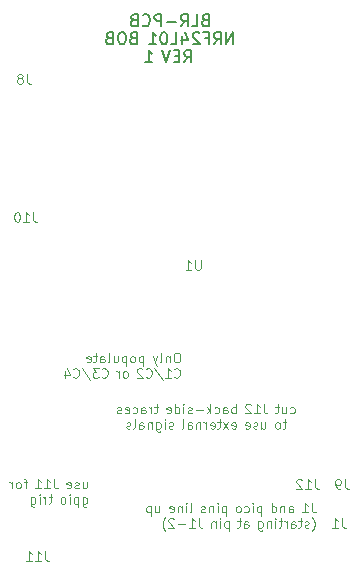
<source format=gbr>
%TF.GenerationSoftware,KiCad,Pcbnew,(7.0.0)*%
%TF.CreationDate,2024-08-26T11:17:35-04:00*%
%TF.ProjectId,nrf24l01_bob,6e726632-346c-4303-915f-626f622e6b69,rev?*%
%TF.SameCoordinates,Original*%
%TF.FileFunction,Legend,Bot*%
%TF.FilePolarity,Positive*%
%FSLAX46Y46*%
G04 Gerber Fmt 4.6, Leading zero omitted, Abs format (unit mm)*
G04 Created by KiCad (PCBNEW (7.0.0)) date 2024-08-26 11:17:35*
%MOMM*%
%LPD*%
G01*
G04 APERTURE LIST*
%ADD10C,0.150000*%
%ADD11C,0.101600*%
G04 APERTURE END LIST*
D10*
X138890476Y-85126380D02*
X139223809Y-84650190D01*
X139461904Y-85126380D02*
X139461904Y-84126380D01*
X139461904Y-84126380D02*
X139080952Y-84126380D01*
X139080952Y-84126380D02*
X138985714Y-84174000D01*
X138985714Y-84174000D02*
X138938095Y-84221619D01*
X138938095Y-84221619D02*
X138890476Y-84316857D01*
X138890476Y-84316857D02*
X138890476Y-84459714D01*
X138890476Y-84459714D02*
X138938095Y-84554952D01*
X138938095Y-84554952D02*
X138985714Y-84602571D01*
X138985714Y-84602571D02*
X139080952Y-84650190D01*
X139080952Y-84650190D02*
X139461904Y-84650190D01*
X138461904Y-84602571D02*
X138128571Y-84602571D01*
X137985714Y-85126380D02*
X138461904Y-85126380D01*
X138461904Y-85126380D02*
X138461904Y-84126380D01*
X138461904Y-84126380D02*
X137985714Y-84126380D01*
X137699999Y-84126380D02*
X137366666Y-85126380D01*
X137366666Y-85126380D02*
X137033333Y-84126380D01*
X135576190Y-85126380D02*
X136147618Y-85126380D01*
X135861904Y-85126380D02*
X135861904Y-84126380D01*
X135861904Y-84126380D02*
X135957142Y-84269238D01*
X135957142Y-84269238D02*
X136052380Y-84364476D01*
X136052380Y-84364476D02*
X136147618Y-84412095D01*
X143017904Y-83602380D02*
X143017904Y-82602380D01*
X143017904Y-82602380D02*
X142446476Y-83602380D01*
X142446476Y-83602380D02*
X142446476Y-82602380D01*
X141398857Y-83602380D02*
X141732190Y-83126190D01*
X141970285Y-83602380D02*
X141970285Y-82602380D01*
X141970285Y-82602380D02*
X141589333Y-82602380D01*
X141589333Y-82602380D02*
X141494095Y-82650000D01*
X141494095Y-82650000D02*
X141446476Y-82697619D01*
X141446476Y-82697619D02*
X141398857Y-82792857D01*
X141398857Y-82792857D02*
X141398857Y-82935714D01*
X141398857Y-82935714D02*
X141446476Y-83030952D01*
X141446476Y-83030952D02*
X141494095Y-83078571D01*
X141494095Y-83078571D02*
X141589333Y-83126190D01*
X141589333Y-83126190D02*
X141970285Y-83126190D01*
X140636952Y-83078571D02*
X140970285Y-83078571D01*
X140970285Y-83602380D02*
X140970285Y-82602380D01*
X140970285Y-82602380D02*
X140494095Y-82602380D01*
X140160761Y-82697619D02*
X140113142Y-82650000D01*
X140113142Y-82650000D02*
X140017904Y-82602380D01*
X140017904Y-82602380D02*
X139779809Y-82602380D01*
X139779809Y-82602380D02*
X139684571Y-82650000D01*
X139684571Y-82650000D02*
X139636952Y-82697619D01*
X139636952Y-82697619D02*
X139589333Y-82792857D01*
X139589333Y-82792857D02*
X139589333Y-82888095D01*
X139589333Y-82888095D02*
X139636952Y-83030952D01*
X139636952Y-83030952D02*
X140208380Y-83602380D01*
X140208380Y-83602380D02*
X139589333Y-83602380D01*
X138732190Y-82935714D02*
X138732190Y-83602380D01*
X138970285Y-82554761D02*
X139208380Y-83269047D01*
X139208380Y-83269047D02*
X138589333Y-83269047D01*
X137732190Y-83602380D02*
X138208380Y-83602380D01*
X138208380Y-83602380D02*
X138208380Y-82602380D01*
X137208380Y-82602380D02*
X137113142Y-82602380D01*
X137113142Y-82602380D02*
X137017904Y-82650000D01*
X137017904Y-82650000D02*
X136970285Y-82697619D01*
X136970285Y-82697619D02*
X136922666Y-82792857D01*
X136922666Y-82792857D02*
X136875047Y-82983333D01*
X136875047Y-82983333D02*
X136875047Y-83221428D01*
X136875047Y-83221428D02*
X136922666Y-83411904D01*
X136922666Y-83411904D02*
X136970285Y-83507142D01*
X136970285Y-83507142D02*
X137017904Y-83554761D01*
X137017904Y-83554761D02*
X137113142Y-83602380D01*
X137113142Y-83602380D02*
X137208380Y-83602380D01*
X137208380Y-83602380D02*
X137303618Y-83554761D01*
X137303618Y-83554761D02*
X137351237Y-83507142D01*
X137351237Y-83507142D02*
X137398856Y-83411904D01*
X137398856Y-83411904D02*
X137446475Y-83221428D01*
X137446475Y-83221428D02*
X137446475Y-82983333D01*
X137446475Y-82983333D02*
X137398856Y-82792857D01*
X137398856Y-82792857D02*
X137351237Y-82697619D01*
X137351237Y-82697619D02*
X137303618Y-82650000D01*
X137303618Y-82650000D02*
X137208380Y-82602380D01*
X135922666Y-83602380D02*
X136494094Y-83602380D01*
X136208380Y-83602380D02*
X136208380Y-82602380D01*
X136208380Y-82602380D02*
X136303618Y-82745238D01*
X136303618Y-82745238D02*
X136398856Y-82840476D01*
X136398856Y-82840476D02*
X136494094Y-82888095D01*
X134560761Y-83078571D02*
X134417904Y-83126190D01*
X134417904Y-83126190D02*
X134370285Y-83173809D01*
X134370285Y-83173809D02*
X134322666Y-83269047D01*
X134322666Y-83269047D02*
X134322666Y-83411904D01*
X134322666Y-83411904D02*
X134370285Y-83507142D01*
X134370285Y-83507142D02*
X134417904Y-83554761D01*
X134417904Y-83554761D02*
X134513142Y-83602380D01*
X134513142Y-83602380D02*
X134894094Y-83602380D01*
X134894094Y-83602380D02*
X134894094Y-82602380D01*
X134894094Y-82602380D02*
X134560761Y-82602380D01*
X134560761Y-82602380D02*
X134465523Y-82650000D01*
X134465523Y-82650000D02*
X134417904Y-82697619D01*
X134417904Y-82697619D02*
X134370285Y-82792857D01*
X134370285Y-82792857D02*
X134370285Y-82888095D01*
X134370285Y-82888095D02*
X134417904Y-82983333D01*
X134417904Y-82983333D02*
X134465523Y-83030952D01*
X134465523Y-83030952D02*
X134560761Y-83078571D01*
X134560761Y-83078571D02*
X134894094Y-83078571D01*
X133703618Y-82602380D02*
X133513142Y-82602380D01*
X133513142Y-82602380D02*
X133417904Y-82650000D01*
X133417904Y-82650000D02*
X133322666Y-82745238D01*
X133322666Y-82745238D02*
X133275047Y-82935714D01*
X133275047Y-82935714D02*
X133275047Y-83269047D01*
X133275047Y-83269047D02*
X133322666Y-83459523D01*
X133322666Y-83459523D02*
X133417904Y-83554761D01*
X133417904Y-83554761D02*
X133513142Y-83602380D01*
X133513142Y-83602380D02*
X133703618Y-83602380D01*
X133703618Y-83602380D02*
X133798856Y-83554761D01*
X133798856Y-83554761D02*
X133894094Y-83459523D01*
X133894094Y-83459523D02*
X133941713Y-83269047D01*
X133941713Y-83269047D02*
X133941713Y-82935714D01*
X133941713Y-82935714D02*
X133894094Y-82745238D01*
X133894094Y-82745238D02*
X133798856Y-82650000D01*
X133798856Y-82650000D02*
X133703618Y-82602380D01*
X132513142Y-83078571D02*
X132370285Y-83126190D01*
X132370285Y-83126190D02*
X132322666Y-83173809D01*
X132322666Y-83173809D02*
X132275047Y-83269047D01*
X132275047Y-83269047D02*
X132275047Y-83411904D01*
X132275047Y-83411904D02*
X132322666Y-83507142D01*
X132322666Y-83507142D02*
X132370285Y-83554761D01*
X132370285Y-83554761D02*
X132465523Y-83602380D01*
X132465523Y-83602380D02*
X132846475Y-83602380D01*
X132846475Y-83602380D02*
X132846475Y-82602380D01*
X132846475Y-82602380D02*
X132513142Y-82602380D01*
X132513142Y-82602380D02*
X132417904Y-82650000D01*
X132417904Y-82650000D02*
X132370285Y-82697619D01*
X132370285Y-82697619D02*
X132322666Y-82792857D01*
X132322666Y-82792857D02*
X132322666Y-82888095D01*
X132322666Y-82888095D02*
X132370285Y-82983333D01*
X132370285Y-82983333D02*
X132417904Y-83030952D01*
X132417904Y-83030952D02*
X132513142Y-83078571D01*
X132513142Y-83078571D02*
X132846475Y-83078571D01*
X140652571Y-81554571D02*
X140509714Y-81602190D01*
X140509714Y-81602190D02*
X140462095Y-81649809D01*
X140462095Y-81649809D02*
X140414476Y-81745047D01*
X140414476Y-81745047D02*
X140414476Y-81887904D01*
X140414476Y-81887904D02*
X140462095Y-81983142D01*
X140462095Y-81983142D02*
X140509714Y-82030761D01*
X140509714Y-82030761D02*
X140604952Y-82078380D01*
X140604952Y-82078380D02*
X140985904Y-82078380D01*
X140985904Y-82078380D02*
X140985904Y-81078380D01*
X140985904Y-81078380D02*
X140652571Y-81078380D01*
X140652571Y-81078380D02*
X140557333Y-81126000D01*
X140557333Y-81126000D02*
X140509714Y-81173619D01*
X140509714Y-81173619D02*
X140462095Y-81268857D01*
X140462095Y-81268857D02*
X140462095Y-81364095D01*
X140462095Y-81364095D02*
X140509714Y-81459333D01*
X140509714Y-81459333D02*
X140557333Y-81506952D01*
X140557333Y-81506952D02*
X140652571Y-81554571D01*
X140652571Y-81554571D02*
X140985904Y-81554571D01*
X139509714Y-82078380D02*
X139985904Y-82078380D01*
X139985904Y-82078380D02*
X139985904Y-81078380D01*
X138604952Y-82078380D02*
X138938285Y-81602190D01*
X139176380Y-82078380D02*
X139176380Y-81078380D01*
X139176380Y-81078380D02*
X138795428Y-81078380D01*
X138795428Y-81078380D02*
X138700190Y-81126000D01*
X138700190Y-81126000D02*
X138652571Y-81173619D01*
X138652571Y-81173619D02*
X138604952Y-81268857D01*
X138604952Y-81268857D02*
X138604952Y-81411714D01*
X138604952Y-81411714D02*
X138652571Y-81506952D01*
X138652571Y-81506952D02*
X138700190Y-81554571D01*
X138700190Y-81554571D02*
X138795428Y-81602190D01*
X138795428Y-81602190D02*
X139176380Y-81602190D01*
X138176380Y-81697428D02*
X137414476Y-81697428D01*
X136938285Y-82078380D02*
X136938285Y-81078380D01*
X136938285Y-81078380D02*
X136557333Y-81078380D01*
X136557333Y-81078380D02*
X136462095Y-81126000D01*
X136462095Y-81126000D02*
X136414476Y-81173619D01*
X136414476Y-81173619D02*
X136366857Y-81268857D01*
X136366857Y-81268857D02*
X136366857Y-81411714D01*
X136366857Y-81411714D02*
X136414476Y-81506952D01*
X136414476Y-81506952D02*
X136462095Y-81554571D01*
X136462095Y-81554571D02*
X136557333Y-81602190D01*
X136557333Y-81602190D02*
X136938285Y-81602190D01*
X135366857Y-81983142D02*
X135414476Y-82030761D01*
X135414476Y-82030761D02*
X135557333Y-82078380D01*
X135557333Y-82078380D02*
X135652571Y-82078380D01*
X135652571Y-82078380D02*
X135795428Y-82030761D01*
X135795428Y-82030761D02*
X135890666Y-81935523D01*
X135890666Y-81935523D02*
X135938285Y-81840285D01*
X135938285Y-81840285D02*
X135985904Y-81649809D01*
X135985904Y-81649809D02*
X135985904Y-81506952D01*
X135985904Y-81506952D02*
X135938285Y-81316476D01*
X135938285Y-81316476D02*
X135890666Y-81221238D01*
X135890666Y-81221238D02*
X135795428Y-81126000D01*
X135795428Y-81126000D02*
X135652571Y-81078380D01*
X135652571Y-81078380D02*
X135557333Y-81078380D01*
X135557333Y-81078380D02*
X135414476Y-81126000D01*
X135414476Y-81126000D02*
X135366857Y-81173619D01*
X134604952Y-81554571D02*
X134462095Y-81602190D01*
X134462095Y-81602190D02*
X134414476Y-81649809D01*
X134414476Y-81649809D02*
X134366857Y-81745047D01*
X134366857Y-81745047D02*
X134366857Y-81887904D01*
X134366857Y-81887904D02*
X134414476Y-81983142D01*
X134414476Y-81983142D02*
X134462095Y-82030761D01*
X134462095Y-82030761D02*
X134557333Y-82078380D01*
X134557333Y-82078380D02*
X134938285Y-82078380D01*
X134938285Y-82078380D02*
X134938285Y-81078380D01*
X134938285Y-81078380D02*
X134604952Y-81078380D01*
X134604952Y-81078380D02*
X134509714Y-81126000D01*
X134509714Y-81126000D02*
X134462095Y-81173619D01*
X134462095Y-81173619D02*
X134414476Y-81268857D01*
X134414476Y-81268857D02*
X134414476Y-81364095D01*
X134414476Y-81364095D02*
X134462095Y-81459333D01*
X134462095Y-81459333D02*
X134509714Y-81506952D01*
X134509714Y-81506952D02*
X134604952Y-81554571D01*
X134604952Y-81554571D02*
X134938285Y-81554571D01*
D11*
X138341100Y-109743621D02*
X138188700Y-109743621D01*
X138188700Y-109743621D02*
X138112500Y-109781721D01*
X138112500Y-109781721D02*
X138036300Y-109857921D01*
X138036300Y-109857921D02*
X137998200Y-110010321D01*
X137998200Y-110010321D02*
X137998200Y-110277021D01*
X137998200Y-110277021D02*
X138036300Y-110429421D01*
X138036300Y-110429421D02*
X138112500Y-110505621D01*
X138112500Y-110505621D02*
X138188700Y-110543721D01*
X138188700Y-110543721D02*
X138341100Y-110543721D01*
X138341100Y-110543721D02*
X138417300Y-110505621D01*
X138417300Y-110505621D02*
X138493500Y-110429421D01*
X138493500Y-110429421D02*
X138531600Y-110277021D01*
X138531600Y-110277021D02*
X138531600Y-110010321D01*
X138531600Y-110010321D02*
X138493500Y-109857921D01*
X138493500Y-109857921D02*
X138417300Y-109781721D01*
X138417300Y-109781721D02*
X138341100Y-109743621D01*
X137655300Y-110010321D02*
X137655300Y-110543721D01*
X137655300Y-110086521D02*
X137617200Y-110048421D01*
X137617200Y-110048421D02*
X137541000Y-110010321D01*
X137541000Y-110010321D02*
X137426700Y-110010321D01*
X137426700Y-110010321D02*
X137350500Y-110048421D01*
X137350500Y-110048421D02*
X137312400Y-110124621D01*
X137312400Y-110124621D02*
X137312400Y-110543721D01*
X136817100Y-110543721D02*
X136893300Y-110505621D01*
X136893300Y-110505621D02*
X136931400Y-110429421D01*
X136931400Y-110429421D02*
X136931400Y-109743621D01*
X136588500Y-110010321D02*
X136398000Y-110543721D01*
X136207500Y-110010321D02*
X136398000Y-110543721D01*
X136398000Y-110543721D02*
X136474200Y-110734221D01*
X136474200Y-110734221D02*
X136512300Y-110772321D01*
X136512300Y-110772321D02*
X136588500Y-110810421D01*
X135422640Y-110010321D02*
X135422640Y-110810421D01*
X135422640Y-110048421D02*
X135346440Y-110010321D01*
X135346440Y-110010321D02*
X135194040Y-110010321D01*
X135194040Y-110010321D02*
X135117840Y-110048421D01*
X135117840Y-110048421D02*
X135079740Y-110086521D01*
X135079740Y-110086521D02*
X135041640Y-110162721D01*
X135041640Y-110162721D02*
X135041640Y-110391321D01*
X135041640Y-110391321D02*
X135079740Y-110467521D01*
X135079740Y-110467521D02*
X135117840Y-110505621D01*
X135117840Y-110505621D02*
X135194040Y-110543721D01*
X135194040Y-110543721D02*
X135346440Y-110543721D01*
X135346440Y-110543721D02*
X135422640Y-110505621D01*
X134584440Y-110543721D02*
X134660640Y-110505621D01*
X134660640Y-110505621D02*
X134698740Y-110467521D01*
X134698740Y-110467521D02*
X134736840Y-110391321D01*
X134736840Y-110391321D02*
X134736840Y-110162721D01*
X134736840Y-110162721D02*
X134698740Y-110086521D01*
X134698740Y-110086521D02*
X134660640Y-110048421D01*
X134660640Y-110048421D02*
X134584440Y-110010321D01*
X134584440Y-110010321D02*
X134470140Y-110010321D01*
X134470140Y-110010321D02*
X134393940Y-110048421D01*
X134393940Y-110048421D02*
X134355840Y-110086521D01*
X134355840Y-110086521D02*
X134317740Y-110162721D01*
X134317740Y-110162721D02*
X134317740Y-110391321D01*
X134317740Y-110391321D02*
X134355840Y-110467521D01*
X134355840Y-110467521D02*
X134393940Y-110505621D01*
X134393940Y-110505621D02*
X134470140Y-110543721D01*
X134470140Y-110543721D02*
X134584440Y-110543721D01*
X133974840Y-110010321D02*
X133974840Y-110810421D01*
X133974840Y-110048421D02*
X133898640Y-110010321D01*
X133898640Y-110010321D02*
X133746240Y-110010321D01*
X133746240Y-110010321D02*
X133670040Y-110048421D01*
X133670040Y-110048421D02*
X133631940Y-110086521D01*
X133631940Y-110086521D02*
X133593840Y-110162721D01*
X133593840Y-110162721D02*
X133593840Y-110391321D01*
X133593840Y-110391321D02*
X133631940Y-110467521D01*
X133631940Y-110467521D02*
X133670040Y-110505621D01*
X133670040Y-110505621D02*
X133746240Y-110543721D01*
X133746240Y-110543721D02*
X133898640Y-110543721D01*
X133898640Y-110543721D02*
X133974840Y-110505621D01*
X132908040Y-110010321D02*
X132908040Y-110543721D01*
X133250940Y-110010321D02*
X133250940Y-110429421D01*
X133250940Y-110429421D02*
X133212840Y-110505621D01*
X133212840Y-110505621D02*
X133136640Y-110543721D01*
X133136640Y-110543721D02*
X133022340Y-110543721D01*
X133022340Y-110543721D02*
X132946140Y-110505621D01*
X132946140Y-110505621D02*
X132908040Y-110467521D01*
X132412740Y-110543721D02*
X132488940Y-110505621D01*
X132488940Y-110505621D02*
X132527040Y-110429421D01*
X132527040Y-110429421D02*
X132527040Y-109743621D01*
X131765040Y-110543721D02*
X131765040Y-110124621D01*
X131765040Y-110124621D02*
X131803140Y-110048421D01*
X131803140Y-110048421D02*
X131879340Y-110010321D01*
X131879340Y-110010321D02*
X132031740Y-110010321D01*
X132031740Y-110010321D02*
X132107940Y-110048421D01*
X131765040Y-110505621D02*
X131841240Y-110543721D01*
X131841240Y-110543721D02*
X132031740Y-110543721D01*
X132031740Y-110543721D02*
X132107940Y-110505621D01*
X132107940Y-110505621D02*
X132146040Y-110429421D01*
X132146040Y-110429421D02*
X132146040Y-110353221D01*
X132146040Y-110353221D02*
X132107940Y-110277021D01*
X132107940Y-110277021D02*
X132031740Y-110238921D01*
X132031740Y-110238921D02*
X131841240Y-110238921D01*
X131841240Y-110238921D02*
X131765040Y-110200821D01*
X131498340Y-110010321D02*
X131193540Y-110010321D01*
X131384040Y-109743621D02*
X131384040Y-110429421D01*
X131384040Y-110429421D02*
X131345940Y-110505621D01*
X131345940Y-110505621D02*
X131269740Y-110543721D01*
X131269740Y-110543721D02*
X131193540Y-110543721D01*
X130622040Y-110505621D02*
X130698240Y-110543721D01*
X130698240Y-110543721D02*
X130850640Y-110543721D01*
X130850640Y-110543721D02*
X130926840Y-110505621D01*
X130926840Y-110505621D02*
X130964940Y-110429421D01*
X130964940Y-110429421D02*
X130964940Y-110124621D01*
X130964940Y-110124621D02*
X130926840Y-110048421D01*
X130926840Y-110048421D02*
X130850640Y-110010321D01*
X130850640Y-110010321D02*
X130698240Y-110010321D01*
X130698240Y-110010321D02*
X130622040Y-110048421D01*
X130622040Y-110048421D02*
X130583940Y-110124621D01*
X130583940Y-110124621D02*
X130583940Y-110200821D01*
X130583940Y-110200821D02*
X130964940Y-110277021D01*
X138036300Y-111763683D02*
X138074400Y-111801783D01*
X138074400Y-111801783D02*
X138188700Y-111839883D01*
X138188700Y-111839883D02*
X138264900Y-111839883D01*
X138264900Y-111839883D02*
X138379200Y-111801783D01*
X138379200Y-111801783D02*
X138455400Y-111725583D01*
X138455400Y-111725583D02*
X138493500Y-111649383D01*
X138493500Y-111649383D02*
X138531600Y-111496983D01*
X138531600Y-111496983D02*
X138531600Y-111382683D01*
X138531600Y-111382683D02*
X138493500Y-111230283D01*
X138493500Y-111230283D02*
X138455400Y-111154083D01*
X138455400Y-111154083D02*
X138379200Y-111077883D01*
X138379200Y-111077883D02*
X138264900Y-111039783D01*
X138264900Y-111039783D02*
X138188700Y-111039783D01*
X138188700Y-111039783D02*
X138074400Y-111077883D01*
X138074400Y-111077883D02*
X138036300Y-111115983D01*
X137274300Y-111839883D02*
X137731500Y-111839883D01*
X137502900Y-111839883D02*
X137502900Y-111039783D01*
X137502900Y-111039783D02*
X137579100Y-111154083D01*
X137579100Y-111154083D02*
X137655300Y-111230283D01*
X137655300Y-111230283D02*
X137731500Y-111268383D01*
X136359900Y-111001683D02*
X137045700Y-112030383D01*
X135636000Y-111763683D02*
X135674100Y-111801783D01*
X135674100Y-111801783D02*
X135788400Y-111839883D01*
X135788400Y-111839883D02*
X135864600Y-111839883D01*
X135864600Y-111839883D02*
X135978900Y-111801783D01*
X135978900Y-111801783D02*
X136055100Y-111725583D01*
X136055100Y-111725583D02*
X136093200Y-111649383D01*
X136093200Y-111649383D02*
X136131300Y-111496983D01*
X136131300Y-111496983D02*
X136131300Y-111382683D01*
X136131300Y-111382683D02*
X136093200Y-111230283D01*
X136093200Y-111230283D02*
X136055100Y-111154083D01*
X136055100Y-111154083D02*
X135978900Y-111077883D01*
X135978900Y-111077883D02*
X135864600Y-111039783D01*
X135864600Y-111039783D02*
X135788400Y-111039783D01*
X135788400Y-111039783D02*
X135674100Y-111077883D01*
X135674100Y-111077883D02*
X135636000Y-111115983D01*
X135331200Y-111115983D02*
X135293100Y-111077883D01*
X135293100Y-111077883D02*
X135216900Y-111039783D01*
X135216900Y-111039783D02*
X135026400Y-111039783D01*
X135026400Y-111039783D02*
X134950200Y-111077883D01*
X134950200Y-111077883D02*
X134912100Y-111115983D01*
X134912100Y-111115983D02*
X134874000Y-111192183D01*
X134874000Y-111192183D02*
X134874000Y-111268383D01*
X134874000Y-111268383D02*
X134912100Y-111382683D01*
X134912100Y-111382683D02*
X135369300Y-111839883D01*
X135369300Y-111839883D02*
X134874000Y-111839883D01*
X133936740Y-111839883D02*
X134012940Y-111801783D01*
X134012940Y-111801783D02*
X134051040Y-111763683D01*
X134051040Y-111763683D02*
X134089140Y-111687483D01*
X134089140Y-111687483D02*
X134089140Y-111458883D01*
X134089140Y-111458883D02*
X134051040Y-111382683D01*
X134051040Y-111382683D02*
X134012940Y-111344583D01*
X134012940Y-111344583D02*
X133936740Y-111306483D01*
X133936740Y-111306483D02*
X133822440Y-111306483D01*
X133822440Y-111306483D02*
X133746240Y-111344583D01*
X133746240Y-111344583D02*
X133708140Y-111382683D01*
X133708140Y-111382683D02*
X133670040Y-111458883D01*
X133670040Y-111458883D02*
X133670040Y-111687483D01*
X133670040Y-111687483D02*
X133708140Y-111763683D01*
X133708140Y-111763683D02*
X133746240Y-111801783D01*
X133746240Y-111801783D02*
X133822440Y-111839883D01*
X133822440Y-111839883D02*
X133936740Y-111839883D01*
X133327140Y-111839883D02*
X133327140Y-111306483D01*
X133327140Y-111458883D02*
X133289040Y-111382683D01*
X133289040Y-111382683D02*
X133250940Y-111344583D01*
X133250940Y-111344583D02*
X133174740Y-111306483D01*
X133174740Y-111306483D02*
X133098540Y-111306483D01*
X131894580Y-111763683D02*
X131932680Y-111801783D01*
X131932680Y-111801783D02*
X132046980Y-111839883D01*
X132046980Y-111839883D02*
X132123180Y-111839883D01*
X132123180Y-111839883D02*
X132237480Y-111801783D01*
X132237480Y-111801783D02*
X132313680Y-111725583D01*
X132313680Y-111725583D02*
X132351780Y-111649383D01*
X132351780Y-111649383D02*
X132389880Y-111496983D01*
X132389880Y-111496983D02*
X132389880Y-111382683D01*
X132389880Y-111382683D02*
X132351780Y-111230283D01*
X132351780Y-111230283D02*
X132313680Y-111154083D01*
X132313680Y-111154083D02*
X132237480Y-111077883D01*
X132237480Y-111077883D02*
X132123180Y-111039783D01*
X132123180Y-111039783D02*
X132046980Y-111039783D01*
X132046980Y-111039783D02*
X131932680Y-111077883D01*
X131932680Y-111077883D02*
X131894580Y-111115983D01*
X131627880Y-111039783D02*
X131132580Y-111039783D01*
X131132580Y-111039783D02*
X131399280Y-111344583D01*
X131399280Y-111344583D02*
X131284980Y-111344583D01*
X131284980Y-111344583D02*
X131208780Y-111382683D01*
X131208780Y-111382683D02*
X131170680Y-111420783D01*
X131170680Y-111420783D02*
X131132580Y-111496983D01*
X131132580Y-111496983D02*
X131132580Y-111687483D01*
X131132580Y-111687483D02*
X131170680Y-111763683D01*
X131170680Y-111763683D02*
X131208780Y-111801783D01*
X131208780Y-111801783D02*
X131284980Y-111839883D01*
X131284980Y-111839883D02*
X131513580Y-111839883D01*
X131513580Y-111839883D02*
X131589780Y-111801783D01*
X131589780Y-111801783D02*
X131627880Y-111763683D01*
X130218180Y-111001683D02*
X130903980Y-112030383D01*
X129494280Y-111763683D02*
X129532380Y-111801783D01*
X129532380Y-111801783D02*
X129646680Y-111839883D01*
X129646680Y-111839883D02*
X129722880Y-111839883D01*
X129722880Y-111839883D02*
X129837180Y-111801783D01*
X129837180Y-111801783D02*
X129913380Y-111725583D01*
X129913380Y-111725583D02*
X129951480Y-111649383D01*
X129951480Y-111649383D02*
X129989580Y-111496983D01*
X129989580Y-111496983D02*
X129989580Y-111382683D01*
X129989580Y-111382683D02*
X129951480Y-111230283D01*
X129951480Y-111230283D02*
X129913380Y-111154083D01*
X129913380Y-111154083D02*
X129837180Y-111077883D01*
X129837180Y-111077883D02*
X129722880Y-111039783D01*
X129722880Y-111039783D02*
X129646680Y-111039783D01*
X129646680Y-111039783D02*
X129532380Y-111077883D01*
X129532380Y-111077883D02*
X129494280Y-111115983D01*
X128808480Y-111306483D02*
X128808480Y-111839883D01*
X128998980Y-111001683D02*
X129189480Y-111573183D01*
X129189480Y-111573183D02*
X128694180Y-111573183D01*
X140271500Y-101895783D02*
X140271500Y-102543483D01*
X140271500Y-102543483D02*
X140233400Y-102619683D01*
X140233400Y-102619683D02*
X140195300Y-102657783D01*
X140195300Y-102657783D02*
X140119100Y-102695883D01*
X140119100Y-102695883D02*
X139966700Y-102695883D01*
X139966700Y-102695883D02*
X139890500Y-102657783D01*
X139890500Y-102657783D02*
X139852400Y-102619683D01*
X139852400Y-102619683D02*
X139814300Y-102543483D01*
X139814300Y-102543483D02*
X139814300Y-101895783D01*
X139014200Y-102695883D02*
X139471400Y-102695883D01*
X139242800Y-102695883D02*
X139242800Y-101895783D01*
X139242800Y-101895783D02*
X139319000Y-102010083D01*
X139319000Y-102010083D02*
X139395200Y-102086283D01*
X139395200Y-102086283D02*
X139471400Y-102124383D01*
X125564900Y-86147783D02*
X125564900Y-86719283D01*
X125564900Y-86719283D02*
X125603000Y-86833583D01*
X125603000Y-86833583D02*
X125679200Y-86909783D01*
X125679200Y-86909783D02*
X125793500Y-86947883D01*
X125793500Y-86947883D02*
X125869700Y-86947883D01*
X125069600Y-86490683D02*
X125145800Y-86452583D01*
X125145800Y-86452583D02*
X125183900Y-86414483D01*
X125183900Y-86414483D02*
X125222000Y-86338283D01*
X125222000Y-86338283D02*
X125222000Y-86300183D01*
X125222000Y-86300183D02*
X125183900Y-86223983D01*
X125183900Y-86223983D02*
X125145800Y-86185883D01*
X125145800Y-86185883D02*
X125069600Y-86147783D01*
X125069600Y-86147783D02*
X124917200Y-86147783D01*
X124917200Y-86147783D02*
X124841000Y-86185883D01*
X124841000Y-86185883D02*
X124802900Y-86223983D01*
X124802900Y-86223983D02*
X124764800Y-86300183D01*
X124764800Y-86300183D02*
X124764800Y-86338283D01*
X124764800Y-86338283D02*
X124802900Y-86414483D01*
X124802900Y-86414483D02*
X124841000Y-86452583D01*
X124841000Y-86452583D02*
X124917200Y-86490683D01*
X124917200Y-86490683D02*
X125069600Y-86490683D01*
X125069600Y-86490683D02*
X125145800Y-86528783D01*
X125145800Y-86528783D02*
X125183900Y-86566883D01*
X125183900Y-86566883D02*
X125222000Y-86643083D01*
X125222000Y-86643083D02*
X125222000Y-86795483D01*
X125222000Y-86795483D02*
X125183900Y-86871683D01*
X125183900Y-86871683D02*
X125145800Y-86909783D01*
X125145800Y-86909783D02*
X125069600Y-86947883D01*
X125069600Y-86947883D02*
X124917200Y-86947883D01*
X124917200Y-86947883D02*
X124841000Y-86909783D01*
X124841000Y-86909783D02*
X124802900Y-86871683D01*
X124802900Y-86871683D02*
X124764800Y-86795483D01*
X124764800Y-86795483D02*
X124764800Y-86643083D01*
X124764800Y-86643083D02*
X124802900Y-86566883D01*
X124802900Y-86566883D02*
X124841000Y-86528783D01*
X124841000Y-86528783D02*
X124917200Y-86490683D01*
X126072900Y-97831783D02*
X126072900Y-98403283D01*
X126072900Y-98403283D02*
X126111000Y-98517583D01*
X126111000Y-98517583D02*
X126187200Y-98593783D01*
X126187200Y-98593783D02*
X126301500Y-98631883D01*
X126301500Y-98631883D02*
X126377700Y-98631883D01*
X125272800Y-98631883D02*
X125730000Y-98631883D01*
X125501400Y-98631883D02*
X125501400Y-97831783D01*
X125501400Y-97831783D02*
X125577600Y-97946083D01*
X125577600Y-97946083D02*
X125653800Y-98022283D01*
X125653800Y-98022283D02*
X125730000Y-98060383D01*
X124777500Y-97831783D02*
X124701300Y-97831783D01*
X124701300Y-97831783D02*
X124625100Y-97869883D01*
X124625100Y-97869883D02*
X124587000Y-97907983D01*
X124587000Y-97907983D02*
X124548900Y-97984183D01*
X124548900Y-97984183D02*
X124510800Y-98136583D01*
X124510800Y-98136583D02*
X124510800Y-98327083D01*
X124510800Y-98327083D02*
X124548900Y-98479483D01*
X124548900Y-98479483D02*
X124587000Y-98555683D01*
X124587000Y-98555683D02*
X124625100Y-98593783D01*
X124625100Y-98593783D02*
X124701300Y-98631883D01*
X124701300Y-98631883D02*
X124777500Y-98631883D01*
X124777500Y-98631883D02*
X124853700Y-98593783D01*
X124853700Y-98593783D02*
X124891800Y-98555683D01*
X124891800Y-98555683D02*
X124929900Y-98479483D01*
X124929900Y-98479483D02*
X124968000Y-98327083D01*
X124968000Y-98327083D02*
X124968000Y-98136583D01*
X124968000Y-98136583D02*
X124929900Y-97984183D01*
X124929900Y-97984183D02*
X124891800Y-97907983D01*
X124891800Y-97907983D02*
X124853700Y-97869883D01*
X124853700Y-97869883D02*
X124777500Y-97831783D01*
X149948900Y-120437783D02*
X149948900Y-121009283D01*
X149948900Y-121009283D02*
X149987000Y-121123583D01*
X149987000Y-121123583D02*
X150063200Y-121199783D01*
X150063200Y-121199783D02*
X150177500Y-121237883D01*
X150177500Y-121237883D02*
X150253700Y-121237883D01*
X149148800Y-121237883D02*
X149606000Y-121237883D01*
X149377400Y-121237883D02*
X149377400Y-120437783D01*
X149377400Y-120437783D02*
X149453600Y-120552083D01*
X149453600Y-120552083D02*
X149529800Y-120628283D01*
X149529800Y-120628283D02*
X149606000Y-120666383D01*
X148844000Y-120513983D02*
X148805900Y-120475883D01*
X148805900Y-120475883D02*
X148729700Y-120437783D01*
X148729700Y-120437783D02*
X148539200Y-120437783D01*
X148539200Y-120437783D02*
X148463000Y-120475883D01*
X148463000Y-120475883D02*
X148424900Y-120513983D01*
X148424900Y-120513983D02*
X148386800Y-120590183D01*
X148386800Y-120590183D02*
X148386800Y-120666383D01*
X148386800Y-120666383D02*
X148424900Y-120780683D01*
X148424900Y-120780683D02*
X148882100Y-121237883D01*
X148882100Y-121237883D02*
X148386800Y-121237883D01*
X152488900Y-120437783D02*
X152488900Y-121009283D01*
X152488900Y-121009283D02*
X152527000Y-121123583D01*
X152527000Y-121123583D02*
X152603200Y-121199783D01*
X152603200Y-121199783D02*
X152717500Y-121237883D01*
X152717500Y-121237883D02*
X152793700Y-121237883D01*
X152069800Y-121237883D02*
X151917400Y-121237883D01*
X151917400Y-121237883D02*
X151841200Y-121199783D01*
X151841200Y-121199783D02*
X151803100Y-121161683D01*
X151803100Y-121161683D02*
X151726900Y-121047383D01*
X151726900Y-121047383D02*
X151688800Y-120894983D01*
X151688800Y-120894983D02*
X151688800Y-120590183D01*
X151688800Y-120590183D02*
X151726900Y-120513983D01*
X151726900Y-120513983D02*
X151765000Y-120475883D01*
X151765000Y-120475883D02*
X151841200Y-120437783D01*
X151841200Y-120437783D02*
X151993600Y-120437783D01*
X151993600Y-120437783D02*
X152069800Y-120475883D01*
X152069800Y-120475883D02*
X152107900Y-120513983D01*
X152107900Y-120513983D02*
X152146000Y-120590183D01*
X152146000Y-120590183D02*
X152146000Y-120780683D01*
X152146000Y-120780683D02*
X152107900Y-120856883D01*
X152107900Y-120856883D02*
X152069800Y-120894983D01*
X152069800Y-120894983D02*
X151993600Y-120933083D01*
X151993600Y-120933083D02*
X151841200Y-120933083D01*
X151841200Y-120933083D02*
X151765000Y-120894983D01*
X151765000Y-120894983D02*
X151726900Y-120856883D01*
X151726900Y-120856883D02*
X151688800Y-120780683D01*
X152234900Y-123739783D02*
X152234900Y-124311283D01*
X152234900Y-124311283D02*
X152273000Y-124425583D01*
X152273000Y-124425583D02*
X152349200Y-124501783D01*
X152349200Y-124501783D02*
X152463500Y-124539883D01*
X152463500Y-124539883D02*
X152539700Y-124539883D01*
X151434800Y-124539883D02*
X151892000Y-124539883D01*
X151663400Y-124539883D02*
X151663400Y-123739783D01*
X151663400Y-123739783D02*
X151739600Y-123854083D01*
X151739600Y-123854083D02*
X151815800Y-123930283D01*
X151815800Y-123930283D02*
X151892000Y-123968383D01*
X127088900Y-126533783D02*
X127088900Y-127105283D01*
X127088900Y-127105283D02*
X127127000Y-127219583D01*
X127127000Y-127219583D02*
X127203200Y-127295783D01*
X127203200Y-127295783D02*
X127317500Y-127333883D01*
X127317500Y-127333883D02*
X127393700Y-127333883D01*
X126288800Y-127333883D02*
X126746000Y-127333883D01*
X126517400Y-127333883D02*
X126517400Y-126533783D01*
X126517400Y-126533783D02*
X126593600Y-126648083D01*
X126593600Y-126648083D02*
X126669800Y-126724283D01*
X126669800Y-126724283D02*
X126746000Y-126762383D01*
X125526800Y-127333883D02*
X125984000Y-127333883D01*
X125755400Y-127333883D02*
X125755400Y-126533783D01*
X125755400Y-126533783D02*
X125831600Y-126648083D01*
X125831600Y-126648083D02*
X125907800Y-126724283D01*
X125907800Y-126724283D02*
X125984000Y-126762383D01*
X130276600Y-120678321D02*
X130276600Y-121211721D01*
X130619500Y-120678321D02*
X130619500Y-121097421D01*
X130619500Y-121097421D02*
X130581400Y-121173621D01*
X130581400Y-121173621D02*
X130505200Y-121211721D01*
X130505200Y-121211721D02*
X130390900Y-121211721D01*
X130390900Y-121211721D02*
X130314700Y-121173621D01*
X130314700Y-121173621D02*
X130276600Y-121135521D01*
X129933700Y-121173621D02*
X129857500Y-121211721D01*
X129857500Y-121211721D02*
X129705100Y-121211721D01*
X129705100Y-121211721D02*
X129628900Y-121173621D01*
X129628900Y-121173621D02*
X129590800Y-121097421D01*
X129590800Y-121097421D02*
X129590800Y-121059321D01*
X129590800Y-121059321D02*
X129628900Y-120983121D01*
X129628900Y-120983121D02*
X129705100Y-120945021D01*
X129705100Y-120945021D02*
X129819400Y-120945021D01*
X129819400Y-120945021D02*
X129895600Y-120906921D01*
X129895600Y-120906921D02*
X129933700Y-120830721D01*
X129933700Y-120830721D02*
X129933700Y-120792621D01*
X129933700Y-120792621D02*
X129895600Y-120716421D01*
X129895600Y-120716421D02*
X129819400Y-120678321D01*
X129819400Y-120678321D02*
X129705100Y-120678321D01*
X129705100Y-120678321D02*
X129628900Y-120716421D01*
X128943100Y-121173621D02*
X129019300Y-121211721D01*
X129019300Y-121211721D02*
X129171700Y-121211721D01*
X129171700Y-121211721D02*
X129247900Y-121173621D01*
X129247900Y-121173621D02*
X129286000Y-121097421D01*
X129286000Y-121097421D02*
X129286000Y-120792621D01*
X129286000Y-120792621D02*
X129247900Y-120716421D01*
X129247900Y-120716421D02*
X129171700Y-120678321D01*
X129171700Y-120678321D02*
X129019300Y-120678321D01*
X129019300Y-120678321D02*
X128943100Y-120716421D01*
X128943100Y-120716421D02*
X128905000Y-120792621D01*
X128905000Y-120792621D02*
X128905000Y-120868821D01*
X128905000Y-120868821D02*
X129286000Y-120945021D01*
X127853440Y-120411621D02*
X127853440Y-120983121D01*
X127853440Y-120983121D02*
X127891540Y-121097421D01*
X127891540Y-121097421D02*
X127967740Y-121173621D01*
X127967740Y-121173621D02*
X128082040Y-121211721D01*
X128082040Y-121211721D02*
X128158240Y-121211721D01*
X127053340Y-121211721D02*
X127510540Y-121211721D01*
X127281940Y-121211721D02*
X127281940Y-120411621D01*
X127281940Y-120411621D02*
X127358140Y-120525921D01*
X127358140Y-120525921D02*
X127434340Y-120602121D01*
X127434340Y-120602121D02*
X127510540Y-120640221D01*
X126291340Y-121211721D02*
X126748540Y-121211721D01*
X126519940Y-121211721D02*
X126519940Y-120411621D01*
X126519940Y-120411621D02*
X126596140Y-120525921D01*
X126596140Y-120525921D02*
X126672340Y-120602121D01*
X126672340Y-120602121D02*
X126748540Y-120640221D01*
X125582680Y-120678321D02*
X125277880Y-120678321D01*
X125468380Y-121211721D02*
X125468380Y-120525921D01*
X125468380Y-120525921D02*
X125430280Y-120449721D01*
X125430280Y-120449721D02*
X125354080Y-120411621D01*
X125354080Y-120411621D02*
X125277880Y-120411621D01*
X124896880Y-121211721D02*
X124973080Y-121173621D01*
X124973080Y-121173621D02*
X125011180Y-121135521D01*
X125011180Y-121135521D02*
X125049280Y-121059321D01*
X125049280Y-121059321D02*
X125049280Y-120830721D01*
X125049280Y-120830721D02*
X125011180Y-120754521D01*
X125011180Y-120754521D02*
X124973080Y-120716421D01*
X124973080Y-120716421D02*
X124896880Y-120678321D01*
X124896880Y-120678321D02*
X124782580Y-120678321D01*
X124782580Y-120678321D02*
X124706380Y-120716421D01*
X124706380Y-120716421D02*
X124668280Y-120754521D01*
X124668280Y-120754521D02*
X124630180Y-120830721D01*
X124630180Y-120830721D02*
X124630180Y-121059321D01*
X124630180Y-121059321D02*
X124668280Y-121135521D01*
X124668280Y-121135521D02*
X124706380Y-121173621D01*
X124706380Y-121173621D02*
X124782580Y-121211721D01*
X124782580Y-121211721D02*
X124896880Y-121211721D01*
X124287280Y-121211721D02*
X124287280Y-120678321D01*
X124287280Y-120830721D02*
X124249180Y-120754521D01*
X124249180Y-120754521D02*
X124211080Y-120716421D01*
X124211080Y-120716421D02*
X124134880Y-120678321D01*
X124134880Y-120678321D02*
X124058680Y-120678321D01*
X130276600Y-121974483D02*
X130276600Y-122622183D01*
X130276600Y-122622183D02*
X130314700Y-122698383D01*
X130314700Y-122698383D02*
X130352800Y-122736483D01*
X130352800Y-122736483D02*
X130429000Y-122774583D01*
X130429000Y-122774583D02*
X130543300Y-122774583D01*
X130543300Y-122774583D02*
X130619500Y-122736483D01*
X130276600Y-122469783D02*
X130352800Y-122507883D01*
X130352800Y-122507883D02*
X130505200Y-122507883D01*
X130505200Y-122507883D02*
X130581400Y-122469783D01*
X130581400Y-122469783D02*
X130619500Y-122431683D01*
X130619500Y-122431683D02*
X130657600Y-122355483D01*
X130657600Y-122355483D02*
X130657600Y-122126883D01*
X130657600Y-122126883D02*
X130619500Y-122050683D01*
X130619500Y-122050683D02*
X130581400Y-122012583D01*
X130581400Y-122012583D02*
X130505200Y-121974483D01*
X130505200Y-121974483D02*
X130352800Y-121974483D01*
X130352800Y-121974483D02*
X130276600Y-122012583D01*
X129895600Y-121974483D02*
X129895600Y-122774583D01*
X129895600Y-122012583D02*
X129819400Y-121974483D01*
X129819400Y-121974483D02*
X129667000Y-121974483D01*
X129667000Y-121974483D02*
X129590800Y-122012583D01*
X129590800Y-122012583D02*
X129552700Y-122050683D01*
X129552700Y-122050683D02*
X129514600Y-122126883D01*
X129514600Y-122126883D02*
X129514600Y-122355483D01*
X129514600Y-122355483D02*
X129552700Y-122431683D01*
X129552700Y-122431683D02*
X129590800Y-122469783D01*
X129590800Y-122469783D02*
X129667000Y-122507883D01*
X129667000Y-122507883D02*
X129819400Y-122507883D01*
X129819400Y-122507883D02*
X129895600Y-122469783D01*
X129171700Y-122507883D02*
X129171700Y-121974483D01*
X129171700Y-121707783D02*
X129209800Y-121745883D01*
X129209800Y-121745883D02*
X129171700Y-121783983D01*
X129171700Y-121783983D02*
X129133600Y-121745883D01*
X129133600Y-121745883D02*
X129171700Y-121707783D01*
X129171700Y-121707783D02*
X129171700Y-121783983D01*
X128676400Y-122507883D02*
X128752600Y-122469783D01*
X128752600Y-122469783D02*
X128790700Y-122431683D01*
X128790700Y-122431683D02*
X128828800Y-122355483D01*
X128828800Y-122355483D02*
X128828800Y-122126883D01*
X128828800Y-122126883D02*
X128790700Y-122050683D01*
X128790700Y-122050683D02*
X128752600Y-122012583D01*
X128752600Y-122012583D02*
X128676400Y-121974483D01*
X128676400Y-121974483D02*
X128562100Y-121974483D01*
X128562100Y-121974483D02*
X128485900Y-122012583D01*
X128485900Y-122012583D02*
X128447800Y-122050683D01*
X128447800Y-122050683D02*
X128409700Y-122126883D01*
X128409700Y-122126883D02*
X128409700Y-122355483D01*
X128409700Y-122355483D02*
X128447800Y-122431683D01*
X128447800Y-122431683D02*
X128485900Y-122469783D01*
X128485900Y-122469783D02*
X128562100Y-122507883D01*
X128562100Y-122507883D02*
X128676400Y-122507883D01*
X127701040Y-121974483D02*
X127396240Y-121974483D01*
X127586740Y-121707783D02*
X127586740Y-122393583D01*
X127586740Y-122393583D02*
X127548640Y-122469783D01*
X127548640Y-122469783D02*
X127472440Y-122507883D01*
X127472440Y-122507883D02*
X127396240Y-122507883D01*
X127129540Y-122507883D02*
X127129540Y-121974483D01*
X127129540Y-122126883D02*
X127091440Y-122050683D01*
X127091440Y-122050683D02*
X127053340Y-122012583D01*
X127053340Y-122012583D02*
X126977140Y-121974483D01*
X126977140Y-121974483D02*
X126900940Y-121974483D01*
X126634240Y-122507883D02*
X126634240Y-121974483D01*
X126634240Y-121707783D02*
X126672340Y-121745883D01*
X126672340Y-121745883D02*
X126634240Y-121783983D01*
X126634240Y-121783983D02*
X126596140Y-121745883D01*
X126596140Y-121745883D02*
X126634240Y-121707783D01*
X126634240Y-121707783D02*
X126634240Y-121783983D01*
X125910340Y-121974483D02*
X125910340Y-122622183D01*
X125910340Y-122622183D02*
X125948440Y-122698383D01*
X125948440Y-122698383D02*
X125986540Y-122736483D01*
X125986540Y-122736483D02*
X126062740Y-122774583D01*
X126062740Y-122774583D02*
X126177040Y-122774583D01*
X126177040Y-122774583D02*
X126253240Y-122736483D01*
X125910340Y-122469783D02*
X125986540Y-122507883D01*
X125986540Y-122507883D02*
X126138940Y-122507883D01*
X126138940Y-122507883D02*
X126215140Y-122469783D01*
X126215140Y-122469783D02*
X126253240Y-122431683D01*
X126253240Y-122431683D02*
X126291340Y-122355483D01*
X126291340Y-122355483D02*
X126291340Y-122126883D01*
X126291340Y-122126883D02*
X126253240Y-122050683D01*
X126253240Y-122050683D02*
X126215140Y-122012583D01*
X126215140Y-122012583D02*
X126138940Y-121974483D01*
X126138940Y-121974483D02*
X125986540Y-121974483D01*
X125986540Y-121974483D02*
X125910340Y-122012583D01*
X149694900Y-122443621D02*
X149694900Y-123015121D01*
X149694900Y-123015121D02*
X149733000Y-123129421D01*
X149733000Y-123129421D02*
X149809200Y-123205621D01*
X149809200Y-123205621D02*
X149923500Y-123243721D01*
X149923500Y-123243721D02*
X149999700Y-123243721D01*
X148894800Y-123243721D02*
X149352000Y-123243721D01*
X149123400Y-123243721D02*
X149123400Y-122443621D01*
X149123400Y-122443621D02*
X149199600Y-122557921D01*
X149199600Y-122557921D02*
X149275800Y-122634121D01*
X149275800Y-122634121D02*
X149352000Y-122672221D01*
X147728940Y-123243721D02*
X147728940Y-122824621D01*
X147728940Y-122824621D02*
X147767040Y-122748421D01*
X147767040Y-122748421D02*
X147843240Y-122710321D01*
X147843240Y-122710321D02*
X147995640Y-122710321D01*
X147995640Y-122710321D02*
X148071840Y-122748421D01*
X147728940Y-123205621D02*
X147805140Y-123243721D01*
X147805140Y-123243721D02*
X147995640Y-123243721D01*
X147995640Y-123243721D02*
X148071840Y-123205621D01*
X148071840Y-123205621D02*
X148109940Y-123129421D01*
X148109940Y-123129421D02*
X148109940Y-123053221D01*
X148109940Y-123053221D02*
X148071840Y-122977021D01*
X148071840Y-122977021D02*
X147995640Y-122938921D01*
X147995640Y-122938921D02*
X147805140Y-122938921D01*
X147805140Y-122938921D02*
X147728940Y-122900821D01*
X147347940Y-122710321D02*
X147347940Y-123243721D01*
X147347940Y-122786521D02*
X147309840Y-122748421D01*
X147309840Y-122748421D02*
X147233640Y-122710321D01*
X147233640Y-122710321D02*
X147119340Y-122710321D01*
X147119340Y-122710321D02*
X147043140Y-122748421D01*
X147043140Y-122748421D02*
X147005040Y-122824621D01*
X147005040Y-122824621D02*
X147005040Y-123243721D01*
X146281140Y-123243721D02*
X146281140Y-122443621D01*
X146281140Y-123205621D02*
X146357340Y-123243721D01*
X146357340Y-123243721D02*
X146509740Y-123243721D01*
X146509740Y-123243721D02*
X146585940Y-123205621D01*
X146585940Y-123205621D02*
X146624040Y-123167521D01*
X146624040Y-123167521D02*
X146662140Y-123091321D01*
X146662140Y-123091321D02*
X146662140Y-122862721D01*
X146662140Y-122862721D02*
X146624040Y-122786521D01*
X146624040Y-122786521D02*
X146585940Y-122748421D01*
X146585940Y-122748421D02*
X146509740Y-122710321D01*
X146509740Y-122710321D02*
X146357340Y-122710321D01*
X146357340Y-122710321D02*
X146281140Y-122748421D01*
X145420080Y-122710321D02*
X145420080Y-123510421D01*
X145420080Y-122748421D02*
X145343880Y-122710321D01*
X145343880Y-122710321D02*
X145191480Y-122710321D01*
X145191480Y-122710321D02*
X145115280Y-122748421D01*
X145115280Y-122748421D02*
X145077180Y-122786521D01*
X145077180Y-122786521D02*
X145039080Y-122862721D01*
X145039080Y-122862721D02*
X145039080Y-123091321D01*
X145039080Y-123091321D02*
X145077180Y-123167521D01*
X145077180Y-123167521D02*
X145115280Y-123205621D01*
X145115280Y-123205621D02*
X145191480Y-123243721D01*
X145191480Y-123243721D02*
X145343880Y-123243721D01*
X145343880Y-123243721D02*
X145420080Y-123205621D01*
X144696180Y-123243721D02*
X144696180Y-122710321D01*
X144696180Y-122443621D02*
X144734280Y-122481721D01*
X144734280Y-122481721D02*
X144696180Y-122519821D01*
X144696180Y-122519821D02*
X144658080Y-122481721D01*
X144658080Y-122481721D02*
X144696180Y-122443621D01*
X144696180Y-122443621D02*
X144696180Y-122519821D01*
X143972280Y-123205621D02*
X144048480Y-123243721D01*
X144048480Y-123243721D02*
X144200880Y-123243721D01*
X144200880Y-123243721D02*
X144277080Y-123205621D01*
X144277080Y-123205621D02*
X144315180Y-123167521D01*
X144315180Y-123167521D02*
X144353280Y-123091321D01*
X144353280Y-123091321D02*
X144353280Y-122862721D01*
X144353280Y-122862721D02*
X144315180Y-122786521D01*
X144315180Y-122786521D02*
X144277080Y-122748421D01*
X144277080Y-122748421D02*
X144200880Y-122710321D01*
X144200880Y-122710321D02*
X144048480Y-122710321D01*
X144048480Y-122710321D02*
X143972280Y-122748421D01*
X143515080Y-123243721D02*
X143591280Y-123205621D01*
X143591280Y-123205621D02*
X143629380Y-123167521D01*
X143629380Y-123167521D02*
X143667480Y-123091321D01*
X143667480Y-123091321D02*
X143667480Y-122862721D01*
X143667480Y-122862721D02*
X143629380Y-122786521D01*
X143629380Y-122786521D02*
X143591280Y-122748421D01*
X143591280Y-122748421D02*
X143515080Y-122710321D01*
X143515080Y-122710321D02*
X143400780Y-122710321D01*
X143400780Y-122710321D02*
X143324580Y-122748421D01*
X143324580Y-122748421D02*
X143286480Y-122786521D01*
X143286480Y-122786521D02*
X143248380Y-122862721D01*
X143248380Y-122862721D02*
X143248380Y-123091321D01*
X143248380Y-123091321D02*
X143286480Y-123167521D01*
X143286480Y-123167521D02*
X143324580Y-123205621D01*
X143324580Y-123205621D02*
X143400780Y-123243721D01*
X143400780Y-123243721D02*
X143515080Y-123243721D01*
X142425420Y-122710321D02*
X142425420Y-123510421D01*
X142425420Y-122748421D02*
X142349220Y-122710321D01*
X142349220Y-122710321D02*
X142196820Y-122710321D01*
X142196820Y-122710321D02*
X142120620Y-122748421D01*
X142120620Y-122748421D02*
X142082520Y-122786521D01*
X142082520Y-122786521D02*
X142044420Y-122862721D01*
X142044420Y-122862721D02*
X142044420Y-123091321D01*
X142044420Y-123091321D02*
X142082520Y-123167521D01*
X142082520Y-123167521D02*
X142120620Y-123205621D01*
X142120620Y-123205621D02*
X142196820Y-123243721D01*
X142196820Y-123243721D02*
X142349220Y-123243721D01*
X142349220Y-123243721D02*
X142425420Y-123205621D01*
X141701520Y-123243721D02*
X141701520Y-122710321D01*
X141701520Y-122443621D02*
X141739620Y-122481721D01*
X141739620Y-122481721D02*
X141701520Y-122519821D01*
X141701520Y-122519821D02*
X141663420Y-122481721D01*
X141663420Y-122481721D02*
X141701520Y-122443621D01*
X141701520Y-122443621D02*
X141701520Y-122519821D01*
X141320520Y-122710321D02*
X141320520Y-123243721D01*
X141320520Y-122786521D02*
X141282420Y-122748421D01*
X141282420Y-122748421D02*
X141206220Y-122710321D01*
X141206220Y-122710321D02*
X141091920Y-122710321D01*
X141091920Y-122710321D02*
X141015720Y-122748421D01*
X141015720Y-122748421D02*
X140977620Y-122824621D01*
X140977620Y-122824621D02*
X140977620Y-123243721D01*
X140634720Y-123205621D02*
X140558520Y-123243721D01*
X140558520Y-123243721D02*
X140406120Y-123243721D01*
X140406120Y-123243721D02*
X140329920Y-123205621D01*
X140329920Y-123205621D02*
X140291820Y-123129421D01*
X140291820Y-123129421D02*
X140291820Y-123091321D01*
X140291820Y-123091321D02*
X140329920Y-123015121D01*
X140329920Y-123015121D02*
X140406120Y-122977021D01*
X140406120Y-122977021D02*
X140520420Y-122977021D01*
X140520420Y-122977021D02*
X140596620Y-122938921D01*
X140596620Y-122938921D02*
X140634720Y-122862721D01*
X140634720Y-122862721D02*
X140634720Y-122824621D01*
X140634720Y-122824621D02*
X140596620Y-122748421D01*
X140596620Y-122748421D02*
X140520420Y-122710321D01*
X140520420Y-122710321D02*
X140406120Y-122710321D01*
X140406120Y-122710321D02*
X140329920Y-122748421D01*
X139354560Y-123243721D02*
X139430760Y-123205621D01*
X139430760Y-123205621D02*
X139468860Y-123129421D01*
X139468860Y-123129421D02*
X139468860Y-122443621D01*
X139049760Y-123243721D02*
X139049760Y-122710321D01*
X139049760Y-122443621D02*
X139087860Y-122481721D01*
X139087860Y-122481721D02*
X139049760Y-122519821D01*
X139049760Y-122519821D02*
X139011660Y-122481721D01*
X139011660Y-122481721D02*
X139049760Y-122443621D01*
X139049760Y-122443621D02*
X139049760Y-122519821D01*
X138668760Y-122710321D02*
X138668760Y-123243721D01*
X138668760Y-122786521D02*
X138630660Y-122748421D01*
X138630660Y-122748421D02*
X138554460Y-122710321D01*
X138554460Y-122710321D02*
X138440160Y-122710321D01*
X138440160Y-122710321D02*
X138363960Y-122748421D01*
X138363960Y-122748421D02*
X138325860Y-122824621D01*
X138325860Y-122824621D02*
X138325860Y-123243721D01*
X137640060Y-123205621D02*
X137716260Y-123243721D01*
X137716260Y-123243721D02*
X137868660Y-123243721D01*
X137868660Y-123243721D02*
X137944860Y-123205621D01*
X137944860Y-123205621D02*
X137982960Y-123129421D01*
X137982960Y-123129421D02*
X137982960Y-122824621D01*
X137982960Y-122824621D02*
X137944860Y-122748421D01*
X137944860Y-122748421D02*
X137868660Y-122710321D01*
X137868660Y-122710321D02*
X137716260Y-122710321D01*
X137716260Y-122710321D02*
X137640060Y-122748421D01*
X137640060Y-122748421D02*
X137601960Y-122824621D01*
X137601960Y-122824621D02*
X137601960Y-122900821D01*
X137601960Y-122900821D02*
X137982960Y-122977021D01*
X136436100Y-122710321D02*
X136436100Y-123243721D01*
X136779000Y-122710321D02*
X136779000Y-123129421D01*
X136779000Y-123129421D02*
X136740900Y-123205621D01*
X136740900Y-123205621D02*
X136664700Y-123243721D01*
X136664700Y-123243721D02*
X136550400Y-123243721D01*
X136550400Y-123243721D02*
X136474200Y-123205621D01*
X136474200Y-123205621D02*
X136436100Y-123167521D01*
X136055100Y-122710321D02*
X136055100Y-123510421D01*
X136055100Y-122748421D02*
X135978900Y-122710321D01*
X135978900Y-122710321D02*
X135826500Y-122710321D01*
X135826500Y-122710321D02*
X135750300Y-122748421D01*
X135750300Y-122748421D02*
X135712200Y-122786521D01*
X135712200Y-122786521D02*
X135674100Y-122862721D01*
X135674100Y-122862721D02*
X135674100Y-123091321D01*
X135674100Y-123091321D02*
X135712200Y-123167521D01*
X135712200Y-123167521D02*
X135750300Y-123205621D01*
X135750300Y-123205621D02*
X135826500Y-123243721D01*
X135826500Y-123243721D02*
X135978900Y-123243721D01*
X135978900Y-123243721D02*
X136055100Y-123205621D01*
X149694900Y-124844683D02*
X149733000Y-124806583D01*
X149733000Y-124806583D02*
X149809200Y-124692283D01*
X149809200Y-124692283D02*
X149847300Y-124616083D01*
X149847300Y-124616083D02*
X149885400Y-124501783D01*
X149885400Y-124501783D02*
X149923500Y-124311283D01*
X149923500Y-124311283D02*
X149923500Y-124158883D01*
X149923500Y-124158883D02*
X149885400Y-123968383D01*
X149885400Y-123968383D02*
X149847300Y-123854083D01*
X149847300Y-123854083D02*
X149809200Y-123777883D01*
X149809200Y-123777883D02*
X149733000Y-123663583D01*
X149733000Y-123663583D02*
X149694900Y-123625483D01*
X149428200Y-124501783D02*
X149352000Y-124539883D01*
X149352000Y-124539883D02*
X149199600Y-124539883D01*
X149199600Y-124539883D02*
X149123400Y-124501783D01*
X149123400Y-124501783D02*
X149085300Y-124425583D01*
X149085300Y-124425583D02*
X149085300Y-124387483D01*
X149085300Y-124387483D02*
X149123400Y-124311283D01*
X149123400Y-124311283D02*
X149199600Y-124273183D01*
X149199600Y-124273183D02*
X149313900Y-124273183D01*
X149313900Y-124273183D02*
X149390100Y-124235083D01*
X149390100Y-124235083D02*
X149428200Y-124158883D01*
X149428200Y-124158883D02*
X149428200Y-124120783D01*
X149428200Y-124120783D02*
X149390100Y-124044583D01*
X149390100Y-124044583D02*
X149313900Y-124006483D01*
X149313900Y-124006483D02*
X149199600Y-124006483D01*
X149199600Y-124006483D02*
X149123400Y-124044583D01*
X148856700Y-124006483D02*
X148551900Y-124006483D01*
X148742400Y-123739783D02*
X148742400Y-124425583D01*
X148742400Y-124425583D02*
X148704300Y-124501783D01*
X148704300Y-124501783D02*
X148628100Y-124539883D01*
X148628100Y-124539883D02*
X148551900Y-124539883D01*
X147942300Y-124539883D02*
X147942300Y-124120783D01*
X147942300Y-124120783D02*
X147980400Y-124044583D01*
X147980400Y-124044583D02*
X148056600Y-124006483D01*
X148056600Y-124006483D02*
X148209000Y-124006483D01*
X148209000Y-124006483D02*
X148285200Y-124044583D01*
X147942300Y-124501783D02*
X148018500Y-124539883D01*
X148018500Y-124539883D02*
X148209000Y-124539883D01*
X148209000Y-124539883D02*
X148285200Y-124501783D01*
X148285200Y-124501783D02*
X148323300Y-124425583D01*
X148323300Y-124425583D02*
X148323300Y-124349383D01*
X148323300Y-124349383D02*
X148285200Y-124273183D01*
X148285200Y-124273183D02*
X148209000Y-124235083D01*
X148209000Y-124235083D02*
X148018500Y-124235083D01*
X148018500Y-124235083D02*
X147942300Y-124196983D01*
X147561300Y-124539883D02*
X147561300Y-124006483D01*
X147561300Y-124158883D02*
X147523200Y-124082683D01*
X147523200Y-124082683D02*
X147485100Y-124044583D01*
X147485100Y-124044583D02*
X147408900Y-124006483D01*
X147408900Y-124006483D02*
X147332700Y-124006483D01*
X147180300Y-124006483D02*
X146875500Y-124006483D01*
X147066000Y-123739783D02*
X147066000Y-124425583D01*
X147066000Y-124425583D02*
X147027900Y-124501783D01*
X147027900Y-124501783D02*
X146951700Y-124539883D01*
X146951700Y-124539883D02*
X146875500Y-124539883D01*
X146608800Y-124539883D02*
X146608800Y-124006483D01*
X146608800Y-123739783D02*
X146646900Y-123777883D01*
X146646900Y-123777883D02*
X146608800Y-123815983D01*
X146608800Y-123815983D02*
X146570700Y-123777883D01*
X146570700Y-123777883D02*
X146608800Y-123739783D01*
X146608800Y-123739783D02*
X146608800Y-123815983D01*
X146227800Y-124006483D02*
X146227800Y-124539883D01*
X146227800Y-124082683D02*
X146189700Y-124044583D01*
X146189700Y-124044583D02*
X146113500Y-124006483D01*
X146113500Y-124006483D02*
X145999200Y-124006483D01*
X145999200Y-124006483D02*
X145923000Y-124044583D01*
X145923000Y-124044583D02*
X145884900Y-124120783D01*
X145884900Y-124120783D02*
X145884900Y-124539883D01*
X145161000Y-124006483D02*
X145161000Y-124654183D01*
X145161000Y-124654183D02*
X145199100Y-124730383D01*
X145199100Y-124730383D02*
X145237200Y-124768483D01*
X145237200Y-124768483D02*
X145313400Y-124806583D01*
X145313400Y-124806583D02*
X145427700Y-124806583D01*
X145427700Y-124806583D02*
X145503900Y-124768483D01*
X145161000Y-124501783D02*
X145237200Y-124539883D01*
X145237200Y-124539883D02*
X145389600Y-124539883D01*
X145389600Y-124539883D02*
X145465800Y-124501783D01*
X145465800Y-124501783D02*
X145503900Y-124463683D01*
X145503900Y-124463683D02*
X145542000Y-124387483D01*
X145542000Y-124387483D02*
X145542000Y-124158883D01*
X145542000Y-124158883D02*
X145503900Y-124082683D01*
X145503900Y-124082683D02*
X145465800Y-124044583D01*
X145465800Y-124044583D02*
X145389600Y-124006483D01*
X145389600Y-124006483D02*
X145237200Y-124006483D01*
X145237200Y-124006483D02*
X145161000Y-124044583D01*
X143957040Y-124539883D02*
X143957040Y-124120783D01*
X143957040Y-124120783D02*
X143995140Y-124044583D01*
X143995140Y-124044583D02*
X144071340Y-124006483D01*
X144071340Y-124006483D02*
X144223740Y-124006483D01*
X144223740Y-124006483D02*
X144299940Y-124044583D01*
X143957040Y-124501783D02*
X144033240Y-124539883D01*
X144033240Y-124539883D02*
X144223740Y-124539883D01*
X144223740Y-124539883D02*
X144299940Y-124501783D01*
X144299940Y-124501783D02*
X144338040Y-124425583D01*
X144338040Y-124425583D02*
X144338040Y-124349383D01*
X144338040Y-124349383D02*
X144299940Y-124273183D01*
X144299940Y-124273183D02*
X144223740Y-124235083D01*
X144223740Y-124235083D02*
X144033240Y-124235083D01*
X144033240Y-124235083D02*
X143957040Y-124196983D01*
X143690340Y-124006483D02*
X143385540Y-124006483D01*
X143576040Y-123739783D02*
X143576040Y-124425583D01*
X143576040Y-124425583D02*
X143537940Y-124501783D01*
X143537940Y-124501783D02*
X143461740Y-124539883D01*
X143461740Y-124539883D02*
X143385540Y-124539883D01*
X142638780Y-124006483D02*
X142638780Y-124806583D01*
X142638780Y-124044583D02*
X142562580Y-124006483D01*
X142562580Y-124006483D02*
X142410180Y-124006483D01*
X142410180Y-124006483D02*
X142333980Y-124044583D01*
X142333980Y-124044583D02*
X142295880Y-124082683D01*
X142295880Y-124082683D02*
X142257780Y-124158883D01*
X142257780Y-124158883D02*
X142257780Y-124387483D01*
X142257780Y-124387483D02*
X142295880Y-124463683D01*
X142295880Y-124463683D02*
X142333980Y-124501783D01*
X142333980Y-124501783D02*
X142410180Y-124539883D01*
X142410180Y-124539883D02*
X142562580Y-124539883D01*
X142562580Y-124539883D02*
X142638780Y-124501783D01*
X141914880Y-124539883D02*
X141914880Y-124006483D01*
X141914880Y-123739783D02*
X141952980Y-123777883D01*
X141952980Y-123777883D02*
X141914880Y-123815983D01*
X141914880Y-123815983D02*
X141876780Y-123777883D01*
X141876780Y-123777883D02*
X141914880Y-123739783D01*
X141914880Y-123739783D02*
X141914880Y-123815983D01*
X141533880Y-124006483D02*
X141533880Y-124539883D01*
X141533880Y-124082683D02*
X141495780Y-124044583D01*
X141495780Y-124044583D02*
X141419580Y-124006483D01*
X141419580Y-124006483D02*
X141305280Y-124006483D01*
X141305280Y-124006483D02*
X141229080Y-124044583D01*
X141229080Y-124044583D02*
X141190980Y-124120783D01*
X141190980Y-124120783D02*
X141190980Y-124539883D01*
X140101320Y-123739783D02*
X140101320Y-124311283D01*
X140101320Y-124311283D02*
X140139420Y-124425583D01*
X140139420Y-124425583D02*
X140215620Y-124501783D01*
X140215620Y-124501783D02*
X140329920Y-124539883D01*
X140329920Y-124539883D02*
X140406120Y-124539883D01*
X139301220Y-124539883D02*
X139758420Y-124539883D01*
X139529820Y-124539883D02*
X139529820Y-123739783D01*
X139529820Y-123739783D02*
X139606020Y-123854083D01*
X139606020Y-123854083D02*
X139682220Y-123930283D01*
X139682220Y-123930283D02*
X139758420Y-123968383D01*
X138958320Y-124235083D02*
X138348720Y-124235083D01*
X138005820Y-123815983D02*
X137967720Y-123777883D01*
X137967720Y-123777883D02*
X137891520Y-123739783D01*
X137891520Y-123739783D02*
X137701020Y-123739783D01*
X137701020Y-123739783D02*
X137624820Y-123777883D01*
X137624820Y-123777883D02*
X137586720Y-123815983D01*
X137586720Y-123815983D02*
X137548620Y-123892183D01*
X137548620Y-123892183D02*
X137548620Y-123968383D01*
X137548620Y-123968383D02*
X137586720Y-124082683D01*
X137586720Y-124082683D02*
X138043920Y-124539883D01*
X138043920Y-124539883D02*
X137548620Y-124539883D01*
X137281920Y-124844683D02*
X137243820Y-124806583D01*
X137243820Y-124806583D02*
X137167620Y-124692283D01*
X137167620Y-124692283D02*
X137129520Y-124616083D01*
X137129520Y-124616083D02*
X137091420Y-124501783D01*
X137091420Y-124501783D02*
X137053320Y-124311283D01*
X137053320Y-124311283D02*
X137053320Y-124158883D01*
X137053320Y-124158883D02*
X137091420Y-123968383D01*
X137091420Y-123968383D02*
X137129520Y-123854083D01*
X137129520Y-123854083D02*
X137167620Y-123777883D01*
X137167620Y-123777883D02*
X137243820Y-123663583D01*
X137243820Y-123663583D02*
X137281920Y-123625483D01*
X147855940Y-114823621D02*
X147932140Y-114861721D01*
X147932140Y-114861721D02*
X148084540Y-114861721D01*
X148084540Y-114861721D02*
X148160740Y-114823621D01*
X148160740Y-114823621D02*
X148198840Y-114785521D01*
X148198840Y-114785521D02*
X148236940Y-114709321D01*
X148236940Y-114709321D02*
X148236940Y-114480721D01*
X148236940Y-114480721D02*
X148198840Y-114404521D01*
X148198840Y-114404521D02*
X148160740Y-114366421D01*
X148160740Y-114366421D02*
X148084540Y-114328321D01*
X148084540Y-114328321D02*
X147932140Y-114328321D01*
X147932140Y-114328321D02*
X147855940Y-114366421D01*
X147170140Y-114328321D02*
X147170140Y-114861721D01*
X147513040Y-114328321D02*
X147513040Y-114747421D01*
X147513040Y-114747421D02*
X147474940Y-114823621D01*
X147474940Y-114823621D02*
X147398740Y-114861721D01*
X147398740Y-114861721D02*
X147284440Y-114861721D01*
X147284440Y-114861721D02*
X147208240Y-114823621D01*
X147208240Y-114823621D02*
X147170140Y-114785521D01*
X146903440Y-114328321D02*
X146598640Y-114328321D01*
X146789140Y-114061621D02*
X146789140Y-114747421D01*
X146789140Y-114747421D02*
X146751040Y-114823621D01*
X146751040Y-114823621D02*
X146674840Y-114861721D01*
X146674840Y-114861721D02*
X146598640Y-114861721D01*
X145623280Y-114061621D02*
X145623280Y-114633121D01*
X145623280Y-114633121D02*
X145661380Y-114747421D01*
X145661380Y-114747421D02*
X145737580Y-114823621D01*
X145737580Y-114823621D02*
X145851880Y-114861721D01*
X145851880Y-114861721D02*
X145928080Y-114861721D01*
X144823180Y-114861721D02*
X145280380Y-114861721D01*
X145051780Y-114861721D02*
X145051780Y-114061621D01*
X145051780Y-114061621D02*
X145127980Y-114175921D01*
X145127980Y-114175921D02*
X145204180Y-114252121D01*
X145204180Y-114252121D02*
X145280380Y-114290221D01*
X144518380Y-114137821D02*
X144480280Y-114099721D01*
X144480280Y-114099721D02*
X144404080Y-114061621D01*
X144404080Y-114061621D02*
X144213580Y-114061621D01*
X144213580Y-114061621D02*
X144137380Y-114099721D01*
X144137380Y-114099721D02*
X144099280Y-114137821D01*
X144099280Y-114137821D02*
X144061180Y-114214021D01*
X144061180Y-114214021D02*
X144061180Y-114290221D01*
X144061180Y-114290221D02*
X144099280Y-114404521D01*
X144099280Y-114404521D02*
X144556480Y-114861721D01*
X144556480Y-114861721D02*
X144061180Y-114861721D01*
X143238220Y-114861721D02*
X143238220Y-114061621D01*
X143238220Y-114366421D02*
X143162020Y-114328321D01*
X143162020Y-114328321D02*
X143009620Y-114328321D01*
X143009620Y-114328321D02*
X142933420Y-114366421D01*
X142933420Y-114366421D02*
X142895320Y-114404521D01*
X142895320Y-114404521D02*
X142857220Y-114480721D01*
X142857220Y-114480721D02*
X142857220Y-114709321D01*
X142857220Y-114709321D02*
X142895320Y-114785521D01*
X142895320Y-114785521D02*
X142933420Y-114823621D01*
X142933420Y-114823621D02*
X143009620Y-114861721D01*
X143009620Y-114861721D02*
X143162020Y-114861721D01*
X143162020Y-114861721D02*
X143238220Y-114823621D01*
X142171420Y-114861721D02*
X142171420Y-114442621D01*
X142171420Y-114442621D02*
X142209520Y-114366421D01*
X142209520Y-114366421D02*
X142285720Y-114328321D01*
X142285720Y-114328321D02*
X142438120Y-114328321D01*
X142438120Y-114328321D02*
X142514320Y-114366421D01*
X142171420Y-114823621D02*
X142247620Y-114861721D01*
X142247620Y-114861721D02*
X142438120Y-114861721D01*
X142438120Y-114861721D02*
X142514320Y-114823621D01*
X142514320Y-114823621D02*
X142552420Y-114747421D01*
X142552420Y-114747421D02*
X142552420Y-114671221D01*
X142552420Y-114671221D02*
X142514320Y-114595021D01*
X142514320Y-114595021D02*
X142438120Y-114556921D01*
X142438120Y-114556921D02*
X142247620Y-114556921D01*
X142247620Y-114556921D02*
X142171420Y-114518821D01*
X141447520Y-114823621D02*
X141523720Y-114861721D01*
X141523720Y-114861721D02*
X141676120Y-114861721D01*
X141676120Y-114861721D02*
X141752320Y-114823621D01*
X141752320Y-114823621D02*
X141790420Y-114785521D01*
X141790420Y-114785521D02*
X141828520Y-114709321D01*
X141828520Y-114709321D02*
X141828520Y-114480721D01*
X141828520Y-114480721D02*
X141790420Y-114404521D01*
X141790420Y-114404521D02*
X141752320Y-114366421D01*
X141752320Y-114366421D02*
X141676120Y-114328321D01*
X141676120Y-114328321D02*
X141523720Y-114328321D01*
X141523720Y-114328321D02*
X141447520Y-114366421D01*
X141104620Y-114861721D02*
X141104620Y-114061621D01*
X141028420Y-114556921D02*
X140799820Y-114861721D01*
X140799820Y-114328321D02*
X141104620Y-114633121D01*
X140456920Y-114556921D02*
X139847320Y-114556921D01*
X139504420Y-114823621D02*
X139428220Y-114861721D01*
X139428220Y-114861721D02*
X139275820Y-114861721D01*
X139275820Y-114861721D02*
X139199620Y-114823621D01*
X139199620Y-114823621D02*
X139161520Y-114747421D01*
X139161520Y-114747421D02*
X139161520Y-114709321D01*
X139161520Y-114709321D02*
X139199620Y-114633121D01*
X139199620Y-114633121D02*
X139275820Y-114595021D01*
X139275820Y-114595021D02*
X139390120Y-114595021D01*
X139390120Y-114595021D02*
X139466320Y-114556921D01*
X139466320Y-114556921D02*
X139504420Y-114480721D01*
X139504420Y-114480721D02*
X139504420Y-114442621D01*
X139504420Y-114442621D02*
X139466320Y-114366421D01*
X139466320Y-114366421D02*
X139390120Y-114328321D01*
X139390120Y-114328321D02*
X139275820Y-114328321D01*
X139275820Y-114328321D02*
X139199620Y-114366421D01*
X138818620Y-114861721D02*
X138818620Y-114328321D01*
X138818620Y-114061621D02*
X138856720Y-114099721D01*
X138856720Y-114099721D02*
X138818620Y-114137821D01*
X138818620Y-114137821D02*
X138780520Y-114099721D01*
X138780520Y-114099721D02*
X138818620Y-114061621D01*
X138818620Y-114061621D02*
X138818620Y-114137821D01*
X138094720Y-114861721D02*
X138094720Y-114061621D01*
X138094720Y-114823621D02*
X138170920Y-114861721D01*
X138170920Y-114861721D02*
X138323320Y-114861721D01*
X138323320Y-114861721D02*
X138399520Y-114823621D01*
X138399520Y-114823621D02*
X138437620Y-114785521D01*
X138437620Y-114785521D02*
X138475720Y-114709321D01*
X138475720Y-114709321D02*
X138475720Y-114480721D01*
X138475720Y-114480721D02*
X138437620Y-114404521D01*
X138437620Y-114404521D02*
X138399520Y-114366421D01*
X138399520Y-114366421D02*
X138323320Y-114328321D01*
X138323320Y-114328321D02*
X138170920Y-114328321D01*
X138170920Y-114328321D02*
X138094720Y-114366421D01*
X137408920Y-114823621D02*
X137485120Y-114861721D01*
X137485120Y-114861721D02*
X137637520Y-114861721D01*
X137637520Y-114861721D02*
X137713720Y-114823621D01*
X137713720Y-114823621D02*
X137751820Y-114747421D01*
X137751820Y-114747421D02*
X137751820Y-114442621D01*
X137751820Y-114442621D02*
X137713720Y-114366421D01*
X137713720Y-114366421D02*
X137637520Y-114328321D01*
X137637520Y-114328321D02*
X137485120Y-114328321D01*
X137485120Y-114328321D02*
X137408920Y-114366421D01*
X137408920Y-114366421D02*
X137370820Y-114442621D01*
X137370820Y-114442621D02*
X137370820Y-114518821D01*
X137370820Y-114518821D02*
X137751820Y-114595021D01*
X136662160Y-114328321D02*
X136357360Y-114328321D01*
X136547860Y-114061621D02*
X136547860Y-114747421D01*
X136547860Y-114747421D02*
X136509760Y-114823621D01*
X136509760Y-114823621D02*
X136433560Y-114861721D01*
X136433560Y-114861721D02*
X136357360Y-114861721D01*
X136090660Y-114861721D02*
X136090660Y-114328321D01*
X136090660Y-114480721D02*
X136052560Y-114404521D01*
X136052560Y-114404521D02*
X136014460Y-114366421D01*
X136014460Y-114366421D02*
X135938260Y-114328321D01*
X135938260Y-114328321D02*
X135862060Y-114328321D01*
X135252460Y-114861721D02*
X135252460Y-114442621D01*
X135252460Y-114442621D02*
X135290560Y-114366421D01*
X135290560Y-114366421D02*
X135366760Y-114328321D01*
X135366760Y-114328321D02*
X135519160Y-114328321D01*
X135519160Y-114328321D02*
X135595360Y-114366421D01*
X135252460Y-114823621D02*
X135328660Y-114861721D01*
X135328660Y-114861721D02*
X135519160Y-114861721D01*
X135519160Y-114861721D02*
X135595360Y-114823621D01*
X135595360Y-114823621D02*
X135633460Y-114747421D01*
X135633460Y-114747421D02*
X135633460Y-114671221D01*
X135633460Y-114671221D02*
X135595360Y-114595021D01*
X135595360Y-114595021D02*
X135519160Y-114556921D01*
X135519160Y-114556921D02*
X135328660Y-114556921D01*
X135328660Y-114556921D02*
X135252460Y-114518821D01*
X134528560Y-114823621D02*
X134604760Y-114861721D01*
X134604760Y-114861721D02*
X134757160Y-114861721D01*
X134757160Y-114861721D02*
X134833360Y-114823621D01*
X134833360Y-114823621D02*
X134871460Y-114785521D01*
X134871460Y-114785521D02*
X134909560Y-114709321D01*
X134909560Y-114709321D02*
X134909560Y-114480721D01*
X134909560Y-114480721D02*
X134871460Y-114404521D01*
X134871460Y-114404521D02*
X134833360Y-114366421D01*
X134833360Y-114366421D02*
X134757160Y-114328321D01*
X134757160Y-114328321D02*
X134604760Y-114328321D01*
X134604760Y-114328321D02*
X134528560Y-114366421D01*
X133880860Y-114823621D02*
X133957060Y-114861721D01*
X133957060Y-114861721D02*
X134109460Y-114861721D01*
X134109460Y-114861721D02*
X134185660Y-114823621D01*
X134185660Y-114823621D02*
X134223760Y-114747421D01*
X134223760Y-114747421D02*
X134223760Y-114442621D01*
X134223760Y-114442621D02*
X134185660Y-114366421D01*
X134185660Y-114366421D02*
X134109460Y-114328321D01*
X134109460Y-114328321D02*
X133957060Y-114328321D01*
X133957060Y-114328321D02*
X133880860Y-114366421D01*
X133880860Y-114366421D02*
X133842760Y-114442621D01*
X133842760Y-114442621D02*
X133842760Y-114518821D01*
X133842760Y-114518821D02*
X134223760Y-114595021D01*
X133537960Y-114823621D02*
X133461760Y-114861721D01*
X133461760Y-114861721D02*
X133309360Y-114861721D01*
X133309360Y-114861721D02*
X133233160Y-114823621D01*
X133233160Y-114823621D02*
X133195060Y-114747421D01*
X133195060Y-114747421D02*
X133195060Y-114709321D01*
X133195060Y-114709321D02*
X133233160Y-114633121D01*
X133233160Y-114633121D02*
X133309360Y-114595021D01*
X133309360Y-114595021D02*
X133423660Y-114595021D01*
X133423660Y-114595021D02*
X133499860Y-114556921D01*
X133499860Y-114556921D02*
X133537960Y-114480721D01*
X133537960Y-114480721D02*
X133537960Y-114442621D01*
X133537960Y-114442621D02*
X133499860Y-114366421D01*
X133499860Y-114366421D02*
X133423660Y-114328321D01*
X133423660Y-114328321D02*
X133309360Y-114328321D01*
X133309360Y-114328321D02*
X133233160Y-114366421D01*
X147532090Y-115624483D02*
X147227290Y-115624483D01*
X147417790Y-115357783D02*
X147417790Y-116043583D01*
X147417790Y-116043583D02*
X147379690Y-116119783D01*
X147379690Y-116119783D02*
X147303490Y-116157883D01*
X147303490Y-116157883D02*
X147227290Y-116157883D01*
X146846290Y-116157883D02*
X146922490Y-116119783D01*
X146922490Y-116119783D02*
X146960590Y-116081683D01*
X146960590Y-116081683D02*
X146998690Y-116005483D01*
X146998690Y-116005483D02*
X146998690Y-115776883D01*
X146998690Y-115776883D02*
X146960590Y-115700683D01*
X146960590Y-115700683D02*
X146922490Y-115662583D01*
X146922490Y-115662583D02*
X146846290Y-115624483D01*
X146846290Y-115624483D02*
X146731990Y-115624483D01*
X146731990Y-115624483D02*
X146655790Y-115662583D01*
X146655790Y-115662583D02*
X146617690Y-115700683D01*
X146617690Y-115700683D02*
X146579590Y-115776883D01*
X146579590Y-115776883D02*
X146579590Y-116005483D01*
X146579590Y-116005483D02*
X146617690Y-116081683D01*
X146617690Y-116081683D02*
X146655790Y-116119783D01*
X146655790Y-116119783D02*
X146731990Y-116157883D01*
X146731990Y-116157883D02*
X146846290Y-116157883D01*
X145413730Y-115624483D02*
X145413730Y-116157883D01*
X145756630Y-115624483D02*
X145756630Y-116043583D01*
X145756630Y-116043583D02*
X145718530Y-116119783D01*
X145718530Y-116119783D02*
X145642330Y-116157883D01*
X145642330Y-116157883D02*
X145528030Y-116157883D01*
X145528030Y-116157883D02*
X145451830Y-116119783D01*
X145451830Y-116119783D02*
X145413730Y-116081683D01*
X145070830Y-116119783D02*
X144994630Y-116157883D01*
X144994630Y-116157883D02*
X144842230Y-116157883D01*
X144842230Y-116157883D02*
X144766030Y-116119783D01*
X144766030Y-116119783D02*
X144727930Y-116043583D01*
X144727930Y-116043583D02*
X144727930Y-116005483D01*
X144727930Y-116005483D02*
X144766030Y-115929283D01*
X144766030Y-115929283D02*
X144842230Y-115891183D01*
X144842230Y-115891183D02*
X144956530Y-115891183D01*
X144956530Y-115891183D02*
X145032730Y-115853083D01*
X145032730Y-115853083D02*
X145070830Y-115776883D01*
X145070830Y-115776883D02*
X145070830Y-115738783D01*
X145070830Y-115738783D02*
X145032730Y-115662583D01*
X145032730Y-115662583D02*
X144956530Y-115624483D01*
X144956530Y-115624483D02*
X144842230Y-115624483D01*
X144842230Y-115624483D02*
X144766030Y-115662583D01*
X144080230Y-116119783D02*
X144156430Y-116157883D01*
X144156430Y-116157883D02*
X144308830Y-116157883D01*
X144308830Y-116157883D02*
X144385030Y-116119783D01*
X144385030Y-116119783D02*
X144423130Y-116043583D01*
X144423130Y-116043583D02*
X144423130Y-115738783D01*
X144423130Y-115738783D02*
X144385030Y-115662583D01*
X144385030Y-115662583D02*
X144308830Y-115624483D01*
X144308830Y-115624483D02*
X144156430Y-115624483D01*
X144156430Y-115624483D02*
X144080230Y-115662583D01*
X144080230Y-115662583D02*
X144042130Y-115738783D01*
X144042130Y-115738783D02*
X144042130Y-115814983D01*
X144042130Y-115814983D02*
X144423130Y-115891183D01*
X142914370Y-116119783D02*
X142990570Y-116157883D01*
X142990570Y-116157883D02*
X143142970Y-116157883D01*
X143142970Y-116157883D02*
X143219170Y-116119783D01*
X143219170Y-116119783D02*
X143257270Y-116043583D01*
X143257270Y-116043583D02*
X143257270Y-115738783D01*
X143257270Y-115738783D02*
X143219170Y-115662583D01*
X143219170Y-115662583D02*
X143142970Y-115624483D01*
X143142970Y-115624483D02*
X142990570Y-115624483D01*
X142990570Y-115624483D02*
X142914370Y-115662583D01*
X142914370Y-115662583D02*
X142876270Y-115738783D01*
X142876270Y-115738783D02*
X142876270Y-115814983D01*
X142876270Y-115814983D02*
X143257270Y-115891183D01*
X142609570Y-116157883D02*
X142190470Y-115624483D01*
X142609570Y-115624483D02*
X142190470Y-116157883D01*
X141999970Y-115624483D02*
X141695170Y-115624483D01*
X141885670Y-115357783D02*
X141885670Y-116043583D01*
X141885670Y-116043583D02*
X141847570Y-116119783D01*
X141847570Y-116119783D02*
X141771370Y-116157883D01*
X141771370Y-116157883D02*
X141695170Y-116157883D01*
X141123670Y-116119783D02*
X141199870Y-116157883D01*
X141199870Y-116157883D02*
X141352270Y-116157883D01*
X141352270Y-116157883D02*
X141428470Y-116119783D01*
X141428470Y-116119783D02*
X141466570Y-116043583D01*
X141466570Y-116043583D02*
X141466570Y-115738783D01*
X141466570Y-115738783D02*
X141428470Y-115662583D01*
X141428470Y-115662583D02*
X141352270Y-115624483D01*
X141352270Y-115624483D02*
X141199870Y-115624483D01*
X141199870Y-115624483D02*
X141123670Y-115662583D01*
X141123670Y-115662583D02*
X141085570Y-115738783D01*
X141085570Y-115738783D02*
X141085570Y-115814983D01*
X141085570Y-115814983D02*
X141466570Y-115891183D01*
X140742670Y-116157883D02*
X140742670Y-115624483D01*
X140742670Y-115776883D02*
X140704570Y-115700683D01*
X140704570Y-115700683D02*
X140666470Y-115662583D01*
X140666470Y-115662583D02*
X140590270Y-115624483D01*
X140590270Y-115624483D02*
X140514070Y-115624483D01*
X140247370Y-115624483D02*
X140247370Y-116157883D01*
X140247370Y-115700683D02*
X140209270Y-115662583D01*
X140209270Y-115662583D02*
X140133070Y-115624483D01*
X140133070Y-115624483D02*
X140018770Y-115624483D01*
X140018770Y-115624483D02*
X139942570Y-115662583D01*
X139942570Y-115662583D02*
X139904470Y-115738783D01*
X139904470Y-115738783D02*
X139904470Y-116157883D01*
X139180570Y-116157883D02*
X139180570Y-115738783D01*
X139180570Y-115738783D02*
X139218670Y-115662583D01*
X139218670Y-115662583D02*
X139294870Y-115624483D01*
X139294870Y-115624483D02*
X139447270Y-115624483D01*
X139447270Y-115624483D02*
X139523470Y-115662583D01*
X139180570Y-116119783D02*
X139256770Y-116157883D01*
X139256770Y-116157883D02*
X139447270Y-116157883D01*
X139447270Y-116157883D02*
X139523470Y-116119783D01*
X139523470Y-116119783D02*
X139561570Y-116043583D01*
X139561570Y-116043583D02*
X139561570Y-115967383D01*
X139561570Y-115967383D02*
X139523470Y-115891183D01*
X139523470Y-115891183D02*
X139447270Y-115853083D01*
X139447270Y-115853083D02*
X139256770Y-115853083D01*
X139256770Y-115853083D02*
X139180570Y-115814983D01*
X138685270Y-116157883D02*
X138761470Y-116119783D01*
X138761470Y-116119783D02*
X138799570Y-116043583D01*
X138799570Y-116043583D02*
X138799570Y-115357783D01*
X137938510Y-116119783D02*
X137862310Y-116157883D01*
X137862310Y-116157883D02*
X137709910Y-116157883D01*
X137709910Y-116157883D02*
X137633710Y-116119783D01*
X137633710Y-116119783D02*
X137595610Y-116043583D01*
X137595610Y-116043583D02*
X137595610Y-116005483D01*
X137595610Y-116005483D02*
X137633710Y-115929283D01*
X137633710Y-115929283D02*
X137709910Y-115891183D01*
X137709910Y-115891183D02*
X137824210Y-115891183D01*
X137824210Y-115891183D02*
X137900410Y-115853083D01*
X137900410Y-115853083D02*
X137938510Y-115776883D01*
X137938510Y-115776883D02*
X137938510Y-115738783D01*
X137938510Y-115738783D02*
X137900410Y-115662583D01*
X137900410Y-115662583D02*
X137824210Y-115624483D01*
X137824210Y-115624483D02*
X137709910Y-115624483D01*
X137709910Y-115624483D02*
X137633710Y-115662583D01*
X137252710Y-116157883D02*
X137252710Y-115624483D01*
X137252710Y-115357783D02*
X137290810Y-115395883D01*
X137290810Y-115395883D02*
X137252710Y-115433983D01*
X137252710Y-115433983D02*
X137214610Y-115395883D01*
X137214610Y-115395883D02*
X137252710Y-115357783D01*
X137252710Y-115357783D02*
X137252710Y-115433983D01*
X136528810Y-115624483D02*
X136528810Y-116272183D01*
X136528810Y-116272183D02*
X136566910Y-116348383D01*
X136566910Y-116348383D02*
X136605010Y-116386483D01*
X136605010Y-116386483D02*
X136681210Y-116424583D01*
X136681210Y-116424583D02*
X136795510Y-116424583D01*
X136795510Y-116424583D02*
X136871710Y-116386483D01*
X136528810Y-116119783D02*
X136605010Y-116157883D01*
X136605010Y-116157883D02*
X136757410Y-116157883D01*
X136757410Y-116157883D02*
X136833610Y-116119783D01*
X136833610Y-116119783D02*
X136871710Y-116081683D01*
X136871710Y-116081683D02*
X136909810Y-116005483D01*
X136909810Y-116005483D02*
X136909810Y-115776883D01*
X136909810Y-115776883D02*
X136871710Y-115700683D01*
X136871710Y-115700683D02*
X136833610Y-115662583D01*
X136833610Y-115662583D02*
X136757410Y-115624483D01*
X136757410Y-115624483D02*
X136605010Y-115624483D01*
X136605010Y-115624483D02*
X136528810Y-115662583D01*
X136147810Y-115624483D02*
X136147810Y-116157883D01*
X136147810Y-115700683D02*
X136109710Y-115662583D01*
X136109710Y-115662583D02*
X136033510Y-115624483D01*
X136033510Y-115624483D02*
X135919210Y-115624483D01*
X135919210Y-115624483D02*
X135843010Y-115662583D01*
X135843010Y-115662583D02*
X135804910Y-115738783D01*
X135804910Y-115738783D02*
X135804910Y-116157883D01*
X135081010Y-116157883D02*
X135081010Y-115738783D01*
X135081010Y-115738783D02*
X135119110Y-115662583D01*
X135119110Y-115662583D02*
X135195310Y-115624483D01*
X135195310Y-115624483D02*
X135347710Y-115624483D01*
X135347710Y-115624483D02*
X135423910Y-115662583D01*
X135081010Y-116119783D02*
X135157210Y-116157883D01*
X135157210Y-116157883D02*
X135347710Y-116157883D01*
X135347710Y-116157883D02*
X135423910Y-116119783D01*
X135423910Y-116119783D02*
X135462010Y-116043583D01*
X135462010Y-116043583D02*
X135462010Y-115967383D01*
X135462010Y-115967383D02*
X135423910Y-115891183D01*
X135423910Y-115891183D02*
X135347710Y-115853083D01*
X135347710Y-115853083D02*
X135157210Y-115853083D01*
X135157210Y-115853083D02*
X135081010Y-115814983D01*
X134585710Y-116157883D02*
X134661910Y-116119783D01*
X134661910Y-116119783D02*
X134700010Y-116043583D01*
X134700010Y-116043583D02*
X134700010Y-115357783D01*
X134319010Y-116119783D02*
X134242810Y-116157883D01*
X134242810Y-116157883D02*
X134090410Y-116157883D01*
X134090410Y-116157883D02*
X134014210Y-116119783D01*
X134014210Y-116119783D02*
X133976110Y-116043583D01*
X133976110Y-116043583D02*
X133976110Y-116005483D01*
X133976110Y-116005483D02*
X134014210Y-115929283D01*
X134014210Y-115929283D02*
X134090410Y-115891183D01*
X134090410Y-115891183D02*
X134204710Y-115891183D01*
X134204710Y-115891183D02*
X134280910Y-115853083D01*
X134280910Y-115853083D02*
X134319010Y-115776883D01*
X134319010Y-115776883D02*
X134319010Y-115738783D01*
X134319010Y-115738783D02*
X134280910Y-115662583D01*
X134280910Y-115662583D02*
X134204710Y-115624483D01*
X134204710Y-115624483D02*
X134090410Y-115624483D01*
X134090410Y-115624483D02*
X134014210Y-115662583D01*
M02*

</source>
